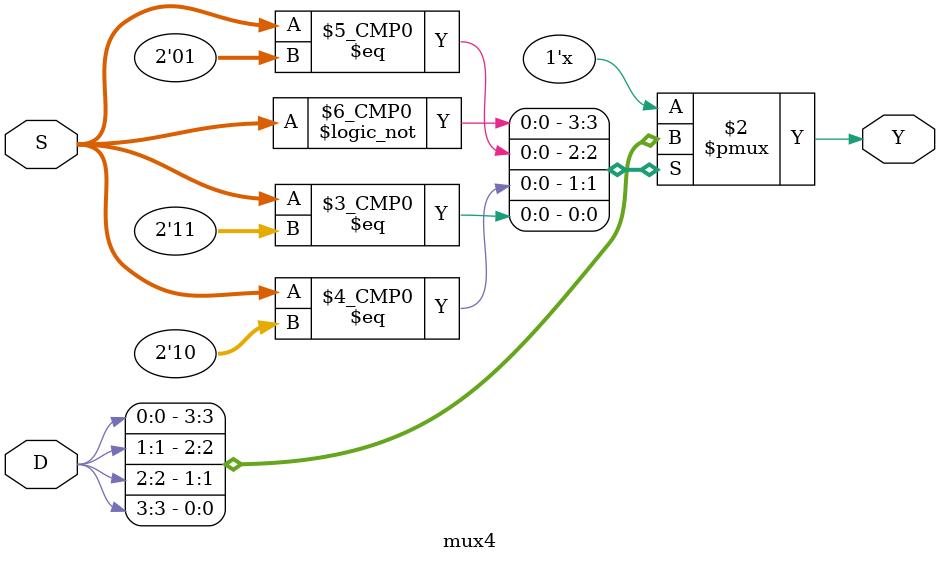
<source format=sv>

module mux4 ( S, D, Y );
    input[1:0] S;
    input[3:0] D;
    output Y;

    reg Y;
    wire[1:0] S;
    wire[3:0] D;

    always @*
    begin
        case( S )
            0 : Y = D[0];
            1 : Y = D[1];
            2 : Y = D[2];
            3 : Y = D[3];
        endcase
    end
endmodule

</source>
